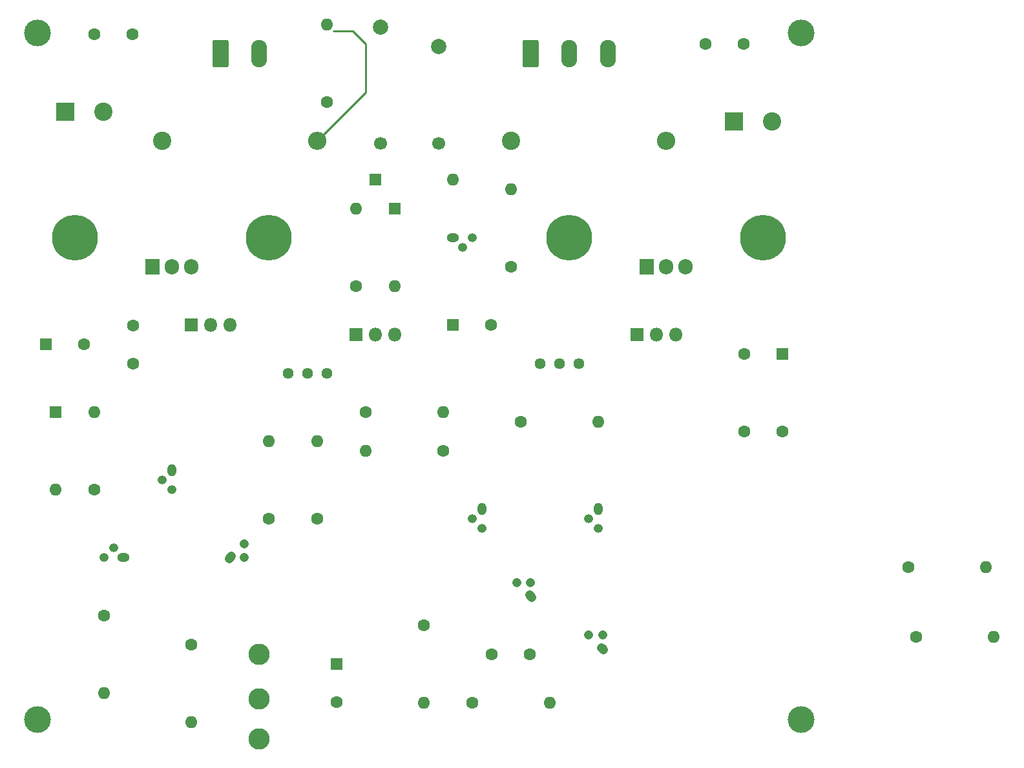
<source format=gbr>
G04 #@! TF.GenerationSoftware,KiCad,Pcbnew,(5.0.2)-1*
G04 #@! TF.CreationDate,2020-03-01T15:29:14+01:00*
G04 #@! TF.ProjectId,Ampli,416d706c-692e-46b6-9963-61645f706362,rev?*
G04 #@! TF.SameCoordinates,Original*
G04 #@! TF.FileFunction,Copper,L1,Top*
G04 #@! TF.FilePolarity,Positive*
%FSLAX46Y46*%
G04 Gerber Fmt 4.6, Leading zero omitted, Abs format (unit mm)*
G04 Created by KiCad (PCBNEW (5.0.2)-1) date 01/03/2020 15:29:14*
%MOMM*%
%LPD*%
G01*
G04 APERTURE LIST*
G04 #@! TA.AperFunction,ComponentPad*
%ADD10C,1.600000*%
G04 #@! TD*
G04 #@! TA.AperFunction,ComponentPad*
%ADD11R,1.600000X1.600000*%
G04 #@! TD*
G04 #@! TA.AperFunction,ComponentPad*
%ADD12C,2.400000*%
G04 #@! TD*
G04 #@! TA.AperFunction,ComponentPad*
%ADD13R,2.400000X2.400000*%
G04 #@! TD*
G04 #@! TA.AperFunction,ComponentPad*
%ADD14O,1.600000X1.600000*%
G04 #@! TD*
G04 #@! TA.AperFunction,ComponentPad*
%ADD15C,6.000000*%
G04 #@! TD*
G04 #@! TA.AperFunction,Conductor*
%ADD16C,0.100000*%
G04 #@! TD*
G04 #@! TA.AperFunction,ComponentPad*
%ADD17C,2.080000*%
G04 #@! TD*
G04 #@! TA.AperFunction,ComponentPad*
%ADD18O,2.080000X3.600000*%
G04 #@! TD*
G04 #@! TA.AperFunction,ComponentPad*
%ADD19C,1.200000*%
G04 #@! TD*
G04 #@! TA.AperFunction,Conductor*
%ADD20C,1.200000*%
G04 #@! TD*
G04 #@! TA.AperFunction,ComponentPad*
%ADD21O,1.200000X1.200000*%
G04 #@! TD*
G04 #@! TA.AperFunction,ComponentPad*
%ADD22O,1.600000X1.200000*%
G04 #@! TD*
G04 #@! TA.AperFunction,ComponentPad*
%ADD23O,1.200000X1.600000*%
G04 #@! TD*
G04 #@! TA.AperFunction,ComponentPad*
%ADD24R,1.800000X1.800000*%
G04 #@! TD*
G04 #@! TA.AperFunction,ComponentPad*
%ADD25O,1.800000X1.800000*%
G04 #@! TD*
G04 #@! TA.AperFunction,ComponentPad*
%ADD26O,1.905000X2.000000*%
G04 #@! TD*
G04 #@! TA.AperFunction,ComponentPad*
%ADD27R,1.905000X2.000000*%
G04 #@! TD*
G04 #@! TA.AperFunction,ComponentPad*
%ADD28O,2.400000X2.400000*%
G04 #@! TD*
G04 #@! TA.AperFunction,ComponentPad*
%ADD29C,1.440000*%
G04 #@! TD*
G04 #@! TA.AperFunction,ComponentPad*
%ADD30C,1.700000*%
G04 #@! TD*
G04 #@! TA.AperFunction,ComponentPad*
%ADD31C,2.000000*%
G04 #@! TD*
G04 #@! TA.AperFunction,ComponentPad*
%ADD32C,2.800000*%
G04 #@! TD*
G04 #@! TA.AperFunction,ViaPad*
%ADD33C,3.500000*%
G04 #@! TD*
G04 #@! TA.AperFunction,Conductor*
%ADD34C,0.250000*%
G04 #@! TD*
G04 APERTURE END LIST*
D10*
G04 #@! TO.P,C1,2*
G04 #@! TO.N,Net-(C1-Pad2)*
X76200000Y-116760000D03*
D11*
G04 #@! TO.P,C1,1*
G04 #@! TO.N,Net-(C1-Pad1)*
X76200000Y-111760000D03*
G04 #@! TD*
D10*
G04 #@! TO.P,C2,2*
G04 #@! TO.N,Net-(C2-Pad2)*
X101520000Y-110490000D03*
G04 #@! TO.P,C2,1*
G04 #@! TO.N,Net-(C2-Pad1)*
X96520000Y-110490000D03*
G04 #@! TD*
D11*
G04 #@! TO.P,C3,1*
G04 #@! TO.N,Net-(C3-Pad1)*
X91440000Y-67310000D03*
D10*
G04 #@! TO.P,C3,2*
G04 #@! TO.N,-12V*
X96440000Y-67310000D03*
G04 #@! TD*
G04 #@! TO.P,C4,2*
G04 #@! TO.N,GND*
X43100000Y-69850000D03*
D11*
G04 #@! TO.P,C4,1*
G04 #@! TO.N,+12V*
X38100000Y-69850000D03*
G04 #@! TD*
D10*
G04 #@! TO.P,C5,1*
G04 #@! TO.N,+12V*
X49530000Y-72390000D03*
G04 #@! TO.P,C5,2*
G04 #@! TO.N,GND*
X49530000Y-67390000D03*
G04 #@! TD*
D11*
G04 #@! TO.P,C6,1*
G04 #@! TO.N,GND*
X134620000Y-71120000D03*
D10*
G04 #@! TO.P,C6,2*
G04 #@! TO.N,-12V*
X129620000Y-71120000D03*
G04 #@! TD*
G04 #@! TO.P,C7,1*
G04 #@! TO.N,GND*
X134620000Y-81280000D03*
G04 #@! TO.P,C7,2*
G04 #@! TO.N,-12V*
X129620000Y-81280000D03*
G04 #@! TD*
D12*
G04 #@! TO.P,C8,2*
G04 #@! TO.N,GND*
X45640000Y-39370000D03*
D13*
G04 #@! TO.P,C8,1*
G04 #@! TO.N,+12V*
X40640000Y-39370000D03*
G04 #@! TD*
D10*
G04 #@! TO.P,C9,1*
G04 #@! TO.N,+12V*
X129540000Y-30480000D03*
G04 #@! TO.P,C9,2*
G04 #@! TO.N,GND*
X124540000Y-30480000D03*
G04 #@! TD*
D13*
G04 #@! TO.P,C10,1*
G04 #@! TO.N,GND*
X128270000Y-40640000D03*
D12*
G04 #@! TO.P,C10,2*
G04 #@! TO.N,-12V*
X133270000Y-40640000D03*
G04 #@! TD*
D10*
G04 #@! TO.P,C11,2*
G04 #@! TO.N,-12V*
X49450000Y-29210000D03*
G04 #@! TO.P,C11,1*
G04 #@! TO.N,GND*
X44450000Y-29210000D03*
G04 #@! TD*
D14*
G04 #@! TO.P,D1,2*
G04 #@! TO.N,Net-(D1-Pad2)*
X91440000Y-48260000D03*
D11*
G04 #@! TO.P,D1,1*
G04 #@! TO.N,+12V*
X81280000Y-48260000D03*
G04 #@! TD*
G04 #@! TO.P,D2,1*
G04 #@! TO.N,Net-(D2-Pad1)*
X83820000Y-52070000D03*
D14*
G04 #@! TO.P,D2,2*
G04 #@! TO.N,Net-(C3-Pad1)*
X83820000Y-62230000D03*
G04 #@! TD*
D11*
G04 #@! TO.P,Dz1,1*
G04 #@! TO.N,+12V*
X39370000Y-78740000D03*
D14*
G04 #@! TO.P,Dz1,2*
G04 #@! TO.N,Net-(Dz1-Pad2)*
X39370000Y-88900000D03*
G04 #@! TD*
D15*
G04 #@! TO.P,HS1,1*
G04 #@! TO.N,N/C*
X132080000Y-55880000D03*
X106680000Y-55880000D03*
G04 #@! TD*
G04 #@! TO.P,HS2,1*
G04 #@! TO.N,N/C*
X41910000Y-55880000D03*
X67310000Y-55880000D03*
G04 #@! TD*
D16*
G04 #@! TO.N,Net-(J2-Pad1)*
G04 #@! TO.C,J2*
G36*
X61774505Y-29951204D02*
X61798773Y-29954804D01*
X61822572Y-29960765D01*
X61845671Y-29969030D01*
X61867850Y-29979520D01*
X61888893Y-29992132D01*
X61908599Y-30006747D01*
X61926777Y-30023223D01*
X61943253Y-30041401D01*
X61957868Y-30061107D01*
X61970480Y-30082150D01*
X61980970Y-30104329D01*
X61989235Y-30127428D01*
X61995196Y-30151227D01*
X61998796Y-30175495D01*
X62000000Y-30199999D01*
X62000000Y-33300001D01*
X61998796Y-33324505D01*
X61995196Y-33348773D01*
X61989235Y-33372572D01*
X61980970Y-33395671D01*
X61970480Y-33417850D01*
X61957868Y-33438893D01*
X61943253Y-33458599D01*
X61926777Y-33476777D01*
X61908599Y-33493253D01*
X61888893Y-33507868D01*
X61867850Y-33520480D01*
X61845671Y-33530970D01*
X61822572Y-33539235D01*
X61798773Y-33545196D01*
X61774505Y-33548796D01*
X61750001Y-33550000D01*
X60169999Y-33550000D01*
X60145495Y-33548796D01*
X60121227Y-33545196D01*
X60097428Y-33539235D01*
X60074329Y-33530970D01*
X60052150Y-33520480D01*
X60031107Y-33507868D01*
X60011401Y-33493253D01*
X59993223Y-33476777D01*
X59976747Y-33458599D01*
X59962132Y-33438893D01*
X59949520Y-33417850D01*
X59939030Y-33395671D01*
X59930765Y-33372572D01*
X59924804Y-33348773D01*
X59921204Y-33324505D01*
X59920000Y-33300001D01*
X59920000Y-30199999D01*
X59921204Y-30175495D01*
X59924804Y-30151227D01*
X59930765Y-30127428D01*
X59939030Y-30104329D01*
X59949520Y-30082150D01*
X59962132Y-30061107D01*
X59976747Y-30041401D01*
X59993223Y-30023223D01*
X60011401Y-30006747D01*
X60031107Y-29992132D01*
X60052150Y-29979520D01*
X60074329Y-29969030D01*
X60097428Y-29960765D01*
X60121227Y-29954804D01*
X60145495Y-29951204D01*
X60169999Y-29950000D01*
X61750001Y-29950000D01*
X61774505Y-29951204D01*
X61774505Y-29951204D01*
G37*
D17*
G04 #@! TD*
G04 #@! TO.P,J2,1*
G04 #@! TO.N,Net-(J2-Pad1)*
X60960000Y-31750000D03*
D18*
G04 #@! TO.P,J2,2*
G04 #@! TO.N,GND*
X66040000Y-31750000D03*
G04 #@! TD*
D16*
G04 #@! TO.N,-12V*
G04 #@! TO.C,J3*
G36*
X102414505Y-29951204D02*
X102438773Y-29954804D01*
X102462572Y-29960765D01*
X102485671Y-29969030D01*
X102507850Y-29979520D01*
X102528893Y-29992132D01*
X102548599Y-30006747D01*
X102566777Y-30023223D01*
X102583253Y-30041401D01*
X102597868Y-30061107D01*
X102610480Y-30082150D01*
X102620970Y-30104329D01*
X102629235Y-30127428D01*
X102635196Y-30151227D01*
X102638796Y-30175495D01*
X102640000Y-30199999D01*
X102640000Y-33300001D01*
X102638796Y-33324505D01*
X102635196Y-33348773D01*
X102629235Y-33372572D01*
X102620970Y-33395671D01*
X102610480Y-33417850D01*
X102597868Y-33438893D01*
X102583253Y-33458599D01*
X102566777Y-33476777D01*
X102548599Y-33493253D01*
X102528893Y-33507868D01*
X102507850Y-33520480D01*
X102485671Y-33530970D01*
X102462572Y-33539235D01*
X102438773Y-33545196D01*
X102414505Y-33548796D01*
X102390001Y-33550000D01*
X100809999Y-33550000D01*
X100785495Y-33548796D01*
X100761227Y-33545196D01*
X100737428Y-33539235D01*
X100714329Y-33530970D01*
X100692150Y-33520480D01*
X100671107Y-33507868D01*
X100651401Y-33493253D01*
X100633223Y-33476777D01*
X100616747Y-33458599D01*
X100602132Y-33438893D01*
X100589520Y-33417850D01*
X100579030Y-33395671D01*
X100570765Y-33372572D01*
X100564804Y-33348773D01*
X100561204Y-33324505D01*
X100560000Y-33300001D01*
X100560000Y-30199999D01*
X100561204Y-30175495D01*
X100564804Y-30151227D01*
X100570765Y-30127428D01*
X100579030Y-30104329D01*
X100589520Y-30082150D01*
X100602132Y-30061107D01*
X100616747Y-30041401D01*
X100633223Y-30023223D01*
X100651401Y-30006747D01*
X100671107Y-29992132D01*
X100692150Y-29979520D01*
X100714329Y-29969030D01*
X100737428Y-29960765D01*
X100761227Y-29954804D01*
X100785495Y-29951204D01*
X100809999Y-29950000D01*
X102390001Y-29950000D01*
X102414505Y-29951204D01*
X102414505Y-29951204D01*
G37*
D17*
G04 #@! TD*
G04 #@! TO.P,J3,1*
G04 #@! TO.N,-12V*
X101600000Y-31750000D03*
D18*
G04 #@! TO.P,J3,2*
G04 #@! TO.N,GND*
X106680000Y-31750000D03*
G04 #@! TO.P,J3,3*
G04 #@! TO.N,+12V*
X111760000Y-31750000D03*
G04 #@! TD*
D19*
G04 #@! TO.P,Q1,1*
G04 #@! TO.N,Net-(Q1-Pad1)*
X62230000Y-97790000D03*
D20*
G04 #@! TD*
G04 #@! TO.N,Net-(Q1-Pad1)*
G04 #@! TO.C,Q1*
X62088579Y-97931421D02*
X62371421Y-97648579D01*
D19*
G04 #@! TO.P,Q1,2*
G04 #@! TO.N,Net-(C1-Pad1)*
X64026051Y-97790000D03*
D20*
G04 #@! TD*
G04 #@! TO.N,Net-(C1-Pad1)*
G04 #@! TO.C,Q1*
X64026051Y-97790000D02*
X64026051Y-97790000D01*
D19*
G04 #@! TO.P,Q1,3*
G04 #@! TO.N,Net-(C2-Pad2)*
X64026051Y-95993949D03*
D20*
G04 #@! TD*
G04 #@! TO.N,Net-(C2-Pad2)*
G04 #@! TO.C,Q1*
X64026051Y-95993949D02*
X64026051Y-95993949D01*
D21*
G04 #@! TO.P,Q2,3*
G04 #@! TO.N,Net-(Q2-Pad3)*
X45720000Y-97790000D03*
G04 #@! TO.P,Q2,2*
G04 #@! TO.N,Net-(Q2-Pad2)*
X46990000Y-96520000D03*
D22*
G04 #@! TO.P,Q2,1*
G04 #@! TO.N,Net-(Q1-Pad1)*
X48260000Y-97790000D03*
G04 #@! TD*
D21*
G04 #@! TO.P,Q3,3*
G04 #@! TO.N,Net-(Q1-Pad1)*
X54610000Y-88900000D03*
G04 #@! TO.P,Q3,2*
G04 #@! TO.N,Net-(Dz1-Pad2)*
X53340000Y-87630000D03*
D23*
G04 #@! TO.P,Q3,1*
G04 #@! TO.N,Net-(Q3-Pad1)*
X54610000Y-86360000D03*
G04 #@! TD*
D19*
G04 #@! TO.P,Q4,3*
G04 #@! TO.N,Net-(C2-Pad1)*
X99803949Y-101073949D03*
D20*
G04 #@! TD*
G04 #@! TO.N,Net-(C2-Pad1)*
G04 #@! TO.C,Q4*
X99803949Y-101073949D02*
X99803949Y-101073949D01*
D19*
G04 #@! TO.P,Q4,2*
G04 #@! TO.N,Net-(C2-Pad2)*
X101600000Y-101073949D03*
D20*
G04 #@! TD*
G04 #@! TO.N,Net-(C2-Pad2)*
G04 #@! TO.C,Q4*
X101600000Y-101073949D02*
X101600000Y-101073949D01*
D19*
G04 #@! TO.P,Q4,1*
G04 #@! TO.N,Net-(Q4-Pad1)*
X101600000Y-102870000D03*
D20*
G04 #@! TD*
G04 #@! TO.N,Net-(Q4-Pad1)*
G04 #@! TO.C,Q4*
X101741421Y-103011421D02*
X101458579Y-102728579D01*
D19*
G04 #@! TO.P,Q5,1*
G04 #@! TO.N,Net-(Q5-Pad1)*
X111016051Y-109746051D03*
D20*
G04 #@! TD*
G04 #@! TO.N,Net-(Q5-Pad1)*
G04 #@! TO.C,Q5*
X111157472Y-109887472D02*
X110874630Y-109604630D01*
D19*
G04 #@! TO.P,Q5,2*
G04 #@! TO.N,Net-(Q4-Pad1)*
X111016051Y-107950000D03*
D20*
G04 #@! TD*
G04 #@! TO.N,Net-(Q4-Pad1)*
G04 #@! TO.C,Q5*
X111016051Y-107950000D02*
X111016051Y-107950000D01*
D19*
G04 #@! TO.P,Q5,3*
G04 #@! TO.N,Net-(C2-Pad1)*
X109220000Y-107950000D03*
D20*
G04 #@! TD*
G04 #@! TO.N,Net-(C2-Pad1)*
G04 #@! TO.C,Q5*
X109220000Y-107950000D02*
X109220000Y-107950000D01*
D21*
G04 #@! TO.P,Q6,3*
G04 #@! TO.N,Net-(Q6-Pad3)*
X110490000Y-93980000D03*
G04 #@! TO.P,Q6,2*
G04 #@! TO.N,Net-(Q6-Pad2)*
X109220000Y-92710000D03*
D23*
G04 #@! TO.P,Q6,1*
G04 #@! TO.N,Net-(Q6-Pad1)*
X110490000Y-91440000D03*
G04 #@! TD*
G04 #@! TO.P,Q7,1*
G04 #@! TO.N,Net-(Q7-Pad1)*
X95250000Y-91440000D03*
D21*
G04 #@! TO.P,Q7,2*
G04 #@! TO.N,Net-(Q6-Pad2)*
X93980000Y-92710000D03*
G04 #@! TO.P,Q7,3*
X95250000Y-93980000D03*
G04 #@! TD*
D24*
G04 #@! TO.P,Q8,1*
G04 #@! TO.N,Net-(C2-Pad1)*
X78740000Y-68580000D03*
D25*
G04 #@! TO.P,Q8,2*
G04 #@! TO.N,Net-(Q6-Pad3)*
X81280000Y-68580000D03*
G04 #@! TO.P,Q8,3*
G04 #@! TO.N,Net-(Q8-Pad3)*
X83820000Y-68580000D03*
G04 #@! TD*
G04 #@! TO.P,Q9,3*
G04 #@! TO.N,Net-(Q6-Pad3)*
X120650000Y-68580000D03*
G04 #@! TO.P,Q9,2*
G04 #@! TO.N,Net-(Q10-Pad1)*
X118110000Y-68580000D03*
D24*
G04 #@! TO.P,Q9,1*
G04 #@! TO.N,Net-(Q10-Pad2)*
X115570000Y-68580000D03*
G04 #@! TD*
D26*
G04 #@! TO.P,Q10,3*
G04 #@! TO.N,+12V*
X57150000Y-59690000D03*
G04 #@! TO.P,Q10,2*
G04 #@! TO.N,Net-(Q10-Pad2)*
X54610000Y-59690000D03*
D27*
G04 #@! TO.P,Q10,1*
G04 #@! TO.N,Net-(Q10-Pad1)*
X52070000Y-59690000D03*
G04 #@! TD*
D24*
G04 #@! TO.P,Q11,1*
G04 #@! TO.N,Net-(Q11-Pad1)*
X57150000Y-67310000D03*
D25*
G04 #@! TO.P,Q11,2*
G04 #@! TO.N,Net-(Q11-Pad2)*
X59690000Y-67310000D03*
G04 #@! TO.P,Q11,3*
G04 #@! TO.N,Net-(C2-Pad1)*
X62230000Y-67310000D03*
G04 #@! TD*
D27*
G04 #@! TO.P,Q12,1*
G04 #@! TO.N,Net-(Q11-Pad2)*
X116840000Y-59690000D03*
D26*
G04 #@! TO.P,Q12,2*
G04 #@! TO.N,Net-(Q11-Pad1)*
X119380000Y-59690000D03*
G04 #@! TO.P,Q12,3*
G04 #@! TO.N,-12V*
X121920000Y-59690000D03*
G04 #@! TD*
D22*
G04 #@! TO.P,Q13,1*
G04 #@! TO.N,GND*
X91440000Y-55880000D03*
D21*
G04 #@! TO.P,Q13,2*
G04 #@! TO.N,Net-(D2-Pad1)*
X92710000Y-57150000D03*
G04 #@! TO.P,Q13,3*
G04 #@! TO.N,Net-(D1-Pad2)*
X93980000Y-55880000D03*
G04 #@! TD*
D10*
G04 #@! TO.P,R1,1*
G04 #@! TO.N,Net-(C1-Pad1)*
X57150000Y-109220000D03*
D14*
G04 #@! TO.P,R1,2*
G04 #@! TO.N,GND*
X57150000Y-119380000D03*
G04 #@! TD*
D10*
G04 #@! TO.P,R2,1*
G04 #@! TO.N,Net-(C2-Pad2)*
X87630000Y-106680000D03*
D14*
G04 #@! TO.P,R2,2*
G04 #@! TO.N,-12V*
X87630000Y-116840000D03*
G04 #@! TD*
G04 #@! TO.P,R3,2*
G04 #@! TO.N,-12V*
X45720000Y-115570000D03*
D10*
G04 #@! TO.P,R3,1*
G04 #@! TO.N,Net-(Q2-Pad3)*
X45720000Y-105410000D03*
G04 #@! TD*
G04 #@! TO.P,R4,1*
G04 #@! TO.N,Net-(Q3-Pad1)*
X67310000Y-92710000D03*
D14*
G04 #@! TO.P,R4,2*
G04 #@! TO.N,+12V*
X67310000Y-82550000D03*
G04 #@! TD*
G04 #@! TO.P,R5,2*
G04 #@! TO.N,GND*
X44450000Y-78740000D03*
D10*
G04 #@! TO.P,R5,1*
G04 #@! TO.N,Net-(Dz1-Pad2)*
X44450000Y-88900000D03*
G04 #@! TD*
D14*
G04 #@! TO.P,R6,2*
G04 #@! TO.N,Net-(Q5-Pad1)*
X104140000Y-116840000D03*
D10*
G04 #@! TO.P,R6,1*
G04 #@! TO.N,-12V*
X93980000Y-116840000D03*
G04 #@! TD*
D14*
G04 #@! TO.P,R7,2*
G04 #@! TO.N,+12V*
X80010000Y-83820000D03*
D10*
G04 #@! TO.P,R7,1*
G04 #@! TO.N,Net-(Q6-Pad1)*
X90170000Y-83820000D03*
G04 #@! TD*
G04 #@! TO.P,R8,1*
G04 #@! TO.N,Net-(C2-Pad1)*
X100330000Y-80010000D03*
D14*
G04 #@! TO.P,R8,2*
G04 #@! TO.N,Net-(R8-Pad2)*
X110490000Y-80010000D03*
G04 #@! TD*
D10*
G04 #@! TO.P,R9,1*
G04 #@! TO.N,Net-(Q7-Pad1)*
X73660000Y-92710000D03*
D14*
G04 #@! TO.P,R9,2*
G04 #@! TO.N,+12V*
X73660000Y-82550000D03*
G04 #@! TD*
D10*
G04 #@! TO.P,R10,1*
G04 #@! TO.N,Net-(R10-Pad1)*
X80010000Y-78740000D03*
D14*
G04 #@! TO.P,R10,2*
G04 #@! TO.N,Net-(Q6-Pad2)*
X90170000Y-78740000D03*
G04 #@! TD*
D28*
G04 #@! TO.P,R11,2*
G04 #@! TO.N,Net-(R11-Pad2)*
X73660000Y-43180000D03*
D12*
G04 #@! TO.P,R11,1*
G04 #@! TO.N,Net-(Q10-Pad2)*
X53340000Y-43180000D03*
G04 #@! TD*
G04 #@! TO.P,R12,1*
G04 #@! TO.N,Net-(R11-Pad2)*
X99060000Y-43180000D03*
D28*
G04 #@! TO.P,R12,2*
G04 #@! TO.N,Net-(Q11-Pad1)*
X119380000Y-43180000D03*
G04 #@! TD*
D14*
G04 #@! TO.P,R13,2*
G04 #@! TO.N,Net-(R11-Pad2)*
X74930000Y-27940000D03*
D10*
G04 #@! TO.P,R13,1*
G04 #@! TO.N,GND*
X74930000Y-38100000D03*
G04 #@! TD*
D14*
G04 #@! TO.P,R14,2*
G04 #@! TO.N,Net-(Q2-Pad2)*
X161290000Y-99060000D03*
D10*
G04 #@! TO.P,R14,1*
G04 #@! TO.N,Net-(R11-Pad2)*
X151130000Y-99060000D03*
G04 #@! TD*
G04 #@! TO.P,R15,1*
G04 #@! TO.N,Net-(Q2-Pad2)*
X152075001Y-108195001D03*
D14*
G04 #@! TO.P,R15,2*
G04 #@! TO.N,GND*
X162235001Y-108195001D03*
G04 #@! TD*
G04 #@! TO.P,R16,2*
G04 #@! TO.N,+12V*
X78740000Y-52070000D03*
D10*
G04 #@! TO.P,R16,1*
G04 #@! TO.N,Net-(C3-Pad1)*
X78740000Y-62230000D03*
G04 #@! TD*
G04 #@! TO.P,R17,1*
G04 #@! TO.N,GND*
X99060000Y-59690000D03*
D14*
G04 #@! TO.P,R17,2*
G04 #@! TO.N,Net-(D2-Pad1)*
X99060000Y-49530000D03*
G04 #@! TD*
D29*
G04 #@! TO.P,RV1,3*
G04 #@! TO.N,Net-(R8-Pad2)*
X102870000Y-72390000D03*
G04 #@! TO.P,RV1,2*
G04 #@! TO.N,Net-(Q8-Pad3)*
X105410000Y-72390000D03*
G04 #@! TO.P,RV1,1*
G04 #@! TO.N,Net-(Q6-Pad3)*
X107950000Y-72390000D03*
G04 #@! TD*
G04 #@! TO.P,RV2,1*
G04 #@! TO.N,Net-(R10-Pad1)*
X74930000Y-73660000D03*
G04 #@! TO.P,RV2,2*
X72390000Y-73660000D03*
G04 #@! TO.P,RV2,3*
G04 #@! TO.N,GND*
X69850000Y-73660000D03*
G04 #@! TD*
D30*
G04 #@! TO.P,U1,b1*
G04 #@! TO.N,Net-(D1-Pad2)*
X89535000Y-43515000D03*
D31*
G04 #@! TO.P,U1,c1*
G04 #@! TO.N,Net-(R11-Pad2)*
X89535000Y-30815000D03*
D30*
G04 #@! TO.P,U1,b2*
G04 #@! TO.N,+12V*
X81915000Y-43515000D03*
D31*
G04 #@! TO.P,U1,c2*
G04 #@! TO.N,Net-(J2-Pad1)*
X81915000Y-28275000D03*
G04 #@! TD*
D32*
G04 #@! TO.P,U2,TN*
G04 #@! TO.N,N/C*
X66040000Y-110490000D03*
G04 #@! TO.P,U2,G*
G04 #@! TO.N,GND*
X66040000Y-121590000D03*
G04 #@! TO.P,U2,T*
G04 #@! TO.N,Net-(C1-Pad2)*
X66040000Y-116290000D03*
G04 #@! TD*
D33*
G04 #@! TO.N,*
X37000000Y-29000000D03*
X137000000Y-29000000D03*
X37000000Y-119000000D03*
X137000000Y-119000000D03*
G04 #@! TD*
D34*
G04 #@! TO.N,Net-(R11-Pad2)*
X78269999Y-28739999D02*
X75729999Y-28739999D01*
X80010000Y-30480000D02*
X78269999Y-28739999D01*
X73660000Y-43180000D02*
X80010000Y-36830000D01*
X80010000Y-36830000D02*
X80010000Y-30480000D01*
G04 #@! TD*
M02*

</source>
